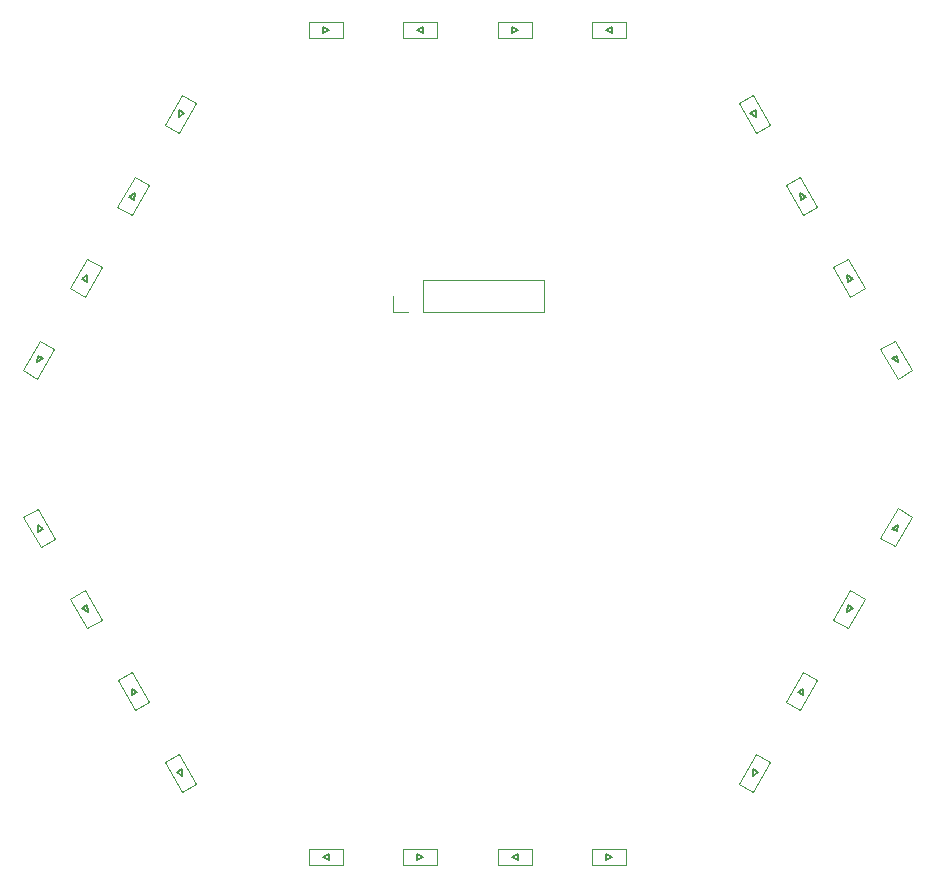
<source format=gto>
G04 #@! TF.GenerationSoftware,KiCad,Pcbnew,(5.0.2)-1*
G04 #@! TF.CreationDate,2020-09-09T21:47:35+09:00*
G04 #@! TF.ProjectId,Tile,54696c65-2e6b-4696-9361-645f70636258,rev?*
G04 #@! TF.SameCoordinates,Original*
G04 #@! TF.FileFunction,Legend,Top*
G04 #@! TF.FilePolarity,Positive*
%FSLAX46Y46*%
G04 Gerber Fmt 4.6, Leading zero omitted, Abs format (unit mm)*
G04 Created by KiCad (PCBNEW (5.0.2)-1) date 2020/09/09 21:47:35*
%MOMM*%
%LPD*%
G01*
G04 APERTURE LIST*
%ADD10C,0.150000*%
%ADD11C,0.120000*%
G04 APERTURE END LIST*
D10*
G04 #@! TO.C,D1*
X97825000Y-90747596D02*
X97358494Y-91055608D01*
X97825000Y-90747596D02*
X97791506Y-91305608D01*
X97791506Y-91305608D02*
X97358494Y-91055608D01*
D11*
X99031218Y-90058365D02*
X97581218Y-92569839D01*
X96368782Y-91869839D02*
X97818782Y-89358365D01*
X97581218Y-92569839D02*
X96368782Y-91869839D01*
X99031218Y-90058365D02*
X97818782Y-89358365D01*
D10*
G04 #@! TO.C,D2*
X93612500Y-111937840D02*
X93645994Y-112495852D01*
X93612500Y-111937840D02*
X94079006Y-112245852D01*
X94079006Y-112245852D02*
X93645994Y-112495852D01*
D11*
X93618718Y-110548609D02*
X95068718Y-113060083D01*
X93856282Y-113760083D02*
X92406282Y-111248609D01*
X95068718Y-113060083D02*
X93856282Y-113760083D01*
X93618718Y-110548609D02*
X92406282Y-111248609D01*
G04 #@! TO.C,D3*
X101593718Y-124361714D02*
X100381282Y-125061714D01*
X103043718Y-126873188D02*
X101831282Y-127573188D01*
X101831282Y-127573188D02*
X100381282Y-125061714D01*
X101593718Y-124361714D02*
X103043718Y-126873188D01*
D10*
X102054006Y-126058957D02*
X101620994Y-126308957D01*
X101587500Y-125750945D02*
X102054006Y-126058957D01*
X101587500Y-125750945D02*
X101620994Y-126308957D01*
D11*
G04 #@! TO.C,D4*
X116550000Y-139300000D02*
X116550000Y-140700000D01*
X119450000Y-139300000D02*
X119450000Y-140700000D01*
X119450000Y-140700000D02*
X116550000Y-140700000D01*
X116550000Y-139300000D02*
X119450000Y-139300000D01*
D10*
X118250000Y-139750000D02*
X118250000Y-140250000D01*
X117750000Y-140000000D02*
X118250000Y-139750000D01*
X117750000Y-140000000D02*
X118250000Y-140250000D01*
G04 #@! TO.C,D5*
X133750000Y-140000000D02*
X134250000Y-140250000D01*
X133750000Y-140000000D02*
X134250000Y-139750000D01*
X134250000Y-139750000D02*
X134250000Y-140250000D01*
D11*
X132550000Y-139300000D02*
X135450000Y-139300000D01*
X135450000Y-140700000D02*
X132550000Y-140700000D01*
X135450000Y-139300000D02*
X135450000Y-140700000D01*
X132550000Y-139300000D02*
X132550000Y-140700000D01*
D10*
G04 #@! TO.C,D6*
X154175000Y-133108811D02*
X154641506Y-132800799D01*
X154175000Y-133108811D02*
X154208494Y-132550799D01*
X154208494Y-132550799D02*
X154641506Y-132800799D01*
D11*
X152968782Y-133798042D02*
X154418782Y-131286568D01*
X155631218Y-131986568D02*
X154181218Y-134498042D01*
X154418782Y-131286568D02*
X155631218Y-131986568D01*
X152968782Y-133798042D02*
X154181218Y-134498042D01*
G04 #@! TO.C,D7*
X160968782Y-119941635D02*
X162181218Y-120641635D01*
X162418782Y-117430161D02*
X163631218Y-118130161D01*
X163631218Y-118130161D02*
X162181218Y-120641635D01*
X160968782Y-119941635D02*
X162418782Y-117430161D01*
D10*
X162208494Y-118694392D02*
X162641506Y-118944392D01*
X162175000Y-119252404D02*
X162208494Y-118694392D01*
X162175000Y-119252404D02*
X162641506Y-118944392D01*
D11*
G04 #@! TO.C,D8*
X166418782Y-99498042D02*
X167631218Y-98798042D01*
X164968782Y-96986568D02*
X166181218Y-96286568D01*
X166181218Y-96286568D02*
X167631218Y-98798042D01*
X166418782Y-99498042D02*
X164968782Y-96986568D01*
D10*
X165958494Y-97800799D02*
X166391506Y-97550799D01*
X166425000Y-98108811D02*
X165958494Y-97800799D01*
X166425000Y-98108811D02*
X166391506Y-97550799D01*
G04 #@! TO.C,D9*
X158175000Y-83819392D02*
X158208494Y-84377404D01*
X158175000Y-83819392D02*
X158641506Y-84127404D01*
X158641506Y-84127404D02*
X158208494Y-84377404D01*
D11*
X158181218Y-82430161D02*
X159631218Y-84941635D01*
X158418782Y-85641635D02*
X156968782Y-83130161D01*
X159631218Y-84941635D02*
X158418782Y-85641635D01*
X158181218Y-82430161D02*
X156968782Y-83130161D01*
D10*
G04 #@! TO.C,D10*
X154425000Y-77324201D02*
X154391506Y-76766189D01*
X154425000Y-77324201D02*
X153958494Y-77016189D01*
X153958494Y-77016189D02*
X154391506Y-76766189D01*
D11*
X154418782Y-78713432D02*
X152968782Y-76201958D01*
X154181218Y-75501958D02*
X155631218Y-78013432D01*
X152968782Y-76201958D02*
X154181218Y-75501958D01*
X154418782Y-78713432D02*
X155631218Y-78013432D01*
D10*
G04 #@! TO.C,D11*
X141750000Y-70000000D02*
X142250000Y-70250000D01*
X141750000Y-70000000D02*
X142250000Y-69750000D01*
X142250000Y-69750000D02*
X142250000Y-70250000D01*
D11*
X140550000Y-69300000D02*
X143450000Y-69300000D01*
X143450000Y-70700000D02*
X140550000Y-70700000D01*
X143450000Y-69300000D02*
X143450000Y-70700000D01*
X140550000Y-69300000D02*
X140550000Y-70700000D01*
G04 #@! TO.C,D12*
X135450000Y-70700000D02*
X135450000Y-69300000D01*
X132550000Y-70700000D02*
X132550000Y-69300000D01*
X132550000Y-69300000D02*
X135450000Y-69300000D01*
X135450000Y-70700000D02*
X132550000Y-70700000D01*
D10*
X133750000Y-70250000D02*
X133750000Y-69750000D01*
X134250000Y-70000000D02*
X133750000Y-70250000D01*
X134250000Y-70000000D02*
X133750000Y-69750000D01*
D11*
G04 #@! TO.C,D13*
X124550000Y-69300000D02*
X124550000Y-70700000D01*
X127450000Y-69300000D02*
X127450000Y-70700000D01*
X127450000Y-70700000D02*
X124550000Y-70700000D01*
X124550000Y-69300000D02*
X127450000Y-69300000D01*
D10*
X126250000Y-69750000D02*
X126250000Y-70250000D01*
X125750000Y-70000000D02*
X126250000Y-69750000D01*
X125750000Y-70000000D02*
X126250000Y-70250000D01*
G04 #@! TO.C,D14*
X118250000Y-70000000D02*
X117750000Y-69750000D01*
X118250000Y-70000000D02*
X117750000Y-70250000D01*
X117750000Y-70250000D02*
X117750000Y-69750000D01*
D11*
X119450000Y-70700000D02*
X116550000Y-70700000D01*
X116550000Y-69300000D02*
X119450000Y-69300000D01*
X116550000Y-70700000D02*
X116550000Y-69300000D01*
X119450000Y-70700000D02*
X119450000Y-69300000D01*
G04 #@! TO.C,D15*
X104368782Y-78013432D02*
X105581218Y-78713432D01*
X105818782Y-75501958D02*
X107031218Y-76201958D01*
X107031218Y-76201958D02*
X105581218Y-78713432D01*
X104368782Y-78013432D02*
X105818782Y-75501958D01*
D10*
X105608494Y-76766189D02*
X106041506Y-77016189D01*
X105575000Y-77324201D02*
X105608494Y-76766189D01*
X105575000Y-77324201D02*
X106041506Y-77016189D01*
D11*
G04 #@! TO.C,D16*
X103031218Y-83130161D02*
X101818782Y-82430161D01*
X101581218Y-85641635D02*
X100368782Y-84941635D01*
X100368782Y-84941635D02*
X101818782Y-82430161D01*
X103031218Y-83130161D02*
X101581218Y-85641635D01*
D10*
X101791506Y-84377404D02*
X101358494Y-84127404D01*
X101825000Y-83819392D02*
X101791506Y-84377404D01*
X101825000Y-83819392D02*
X101358494Y-84127404D01*
G04 #@! TO.C,D17*
X93575000Y-98108811D02*
X94041506Y-97800799D01*
X93575000Y-98108811D02*
X93608494Y-97550799D01*
X93608494Y-97550799D02*
X94041506Y-97800799D01*
D11*
X92368782Y-98798042D02*
X93818782Y-96286568D01*
X95031218Y-96986568D02*
X93581218Y-99498042D01*
X93818782Y-96286568D02*
X95031218Y-96986568D01*
X92368782Y-98798042D02*
X93581218Y-99498042D01*
D10*
G04 #@! TO.C,D18*
X97837500Y-119255754D02*
X97804006Y-118697742D01*
X97837500Y-119255754D02*
X97370994Y-118947742D01*
X97370994Y-118947742D02*
X97804006Y-118697742D01*
D11*
X97831282Y-120644985D02*
X96381282Y-118133511D01*
X97593718Y-117433511D02*
X99043718Y-119944985D01*
X96381282Y-118133511D02*
X97593718Y-117433511D01*
X97831282Y-120644985D02*
X99043718Y-119944985D01*
G04 #@! TO.C,D19*
X105831282Y-134501391D02*
X107043718Y-133801391D01*
X104381282Y-131989917D02*
X105593718Y-131289917D01*
X105593718Y-131289917D02*
X107043718Y-133801391D01*
X105831282Y-134501391D02*
X104381282Y-131989917D01*
D10*
X105370994Y-132804148D02*
X105804006Y-132554148D01*
X105837500Y-133112160D02*
X105370994Y-132804148D01*
X105837500Y-133112160D02*
X105804006Y-132554148D01*
D11*
G04 #@! TO.C,D20*
X127450000Y-140700000D02*
X127450000Y-139300000D01*
X124550000Y-140700000D02*
X124550000Y-139300000D01*
X124550000Y-139300000D02*
X127450000Y-139300000D01*
X127450000Y-140700000D02*
X124550000Y-140700000D01*
D10*
X125750000Y-140250000D02*
X125750000Y-139750000D01*
X126250000Y-140000000D02*
X125750000Y-140250000D01*
X126250000Y-140000000D02*
X125750000Y-139750000D01*
G04 #@! TO.C,D21*
X142250000Y-140000000D02*
X141750000Y-139750000D01*
X142250000Y-140000000D02*
X141750000Y-140250000D01*
X141750000Y-140250000D02*
X141750000Y-139750000D01*
D11*
X143450000Y-140700000D02*
X140550000Y-140700000D01*
X140550000Y-139300000D02*
X143450000Y-139300000D01*
X140550000Y-140700000D02*
X140550000Y-139300000D01*
X143450000Y-140700000D02*
X143450000Y-139300000D01*
D10*
G04 #@! TO.C,D22*
X158425000Y-125747596D02*
X157958494Y-126055608D01*
X158425000Y-125747596D02*
X158391506Y-126305608D01*
X158391506Y-126305608D02*
X157958494Y-126055608D01*
D11*
X159631218Y-125058365D02*
X158181218Y-127569839D01*
X156968782Y-126869839D02*
X158418782Y-124358365D01*
X158181218Y-127569839D02*
X156968782Y-126869839D01*
X159631218Y-125058365D02*
X158418782Y-124358365D01*
G04 #@! TO.C,D23*
X167631218Y-111201958D02*
X166418782Y-110501958D01*
X166181218Y-113713432D02*
X164968782Y-113013432D01*
X164968782Y-113013432D02*
X166418782Y-110501958D01*
X167631218Y-111201958D02*
X166181218Y-113713432D01*
D10*
X166391506Y-112449201D02*
X165958494Y-112199201D01*
X166425000Y-111891189D02*
X166391506Y-112449201D01*
X166425000Y-111891189D02*
X165958494Y-112199201D01*
D11*
G04 #@! TO.C,D24*
X162181218Y-89358365D02*
X160968782Y-90058365D01*
X163631218Y-91869839D02*
X162418782Y-92569839D01*
X162418782Y-92569839D02*
X160968782Y-90058365D01*
X162181218Y-89358365D02*
X163631218Y-91869839D01*
D10*
X162641506Y-91055608D02*
X162208494Y-91305608D01*
X162175000Y-90747596D02*
X162641506Y-91055608D01*
X162175000Y-90747596D02*
X162208494Y-91305608D01*
D11*
G04 #@! TO.C,CN1*
X136490000Y-93830000D02*
X136490000Y-91170000D01*
X126270000Y-93830000D02*
X136490000Y-93830000D01*
X126270000Y-91170000D02*
X136490000Y-91170000D01*
X126270000Y-93830000D02*
X126270000Y-91170000D01*
X125000000Y-93830000D02*
X123670000Y-93830000D01*
X123670000Y-93830000D02*
X123670000Y-92500000D01*
G04 #@! TD*
M02*

</source>
